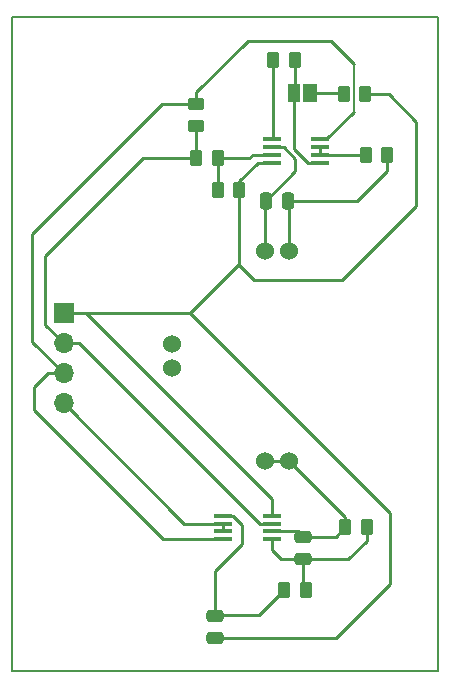
<source format=gbr>
%TF.GenerationSoftware,KiCad,Pcbnew,(6.0.6)*%
%TF.CreationDate,2022-08-03T15:09:15-07:00*%
%TF.ProjectId,ULPSM_R12,554c5053-4d5f-4523-9132-2e6b69636164,rev?*%
%TF.SameCoordinates,Original*%
%TF.FileFunction,Copper,L1,Top*%
%TF.FilePolarity,Positive*%
%FSLAX46Y46*%
G04 Gerber Fmt 4.6, Leading zero omitted, Abs format (unit mm)*
G04 Created by KiCad (PCBNEW (6.0.6)) date 2022-08-03 15:09:15*
%MOMM*%
%LPD*%
G01*
G04 APERTURE LIST*
G04 Aperture macros list*
%AMRoundRect*
0 Rectangle with rounded corners*
0 $1 Rounding radius*
0 $2 $3 $4 $5 $6 $7 $8 $9 X,Y pos of 4 corners*
0 Add a 4 corners polygon primitive as box body*
4,1,4,$2,$3,$4,$5,$6,$7,$8,$9,$2,$3,0*
0 Add four circle primitives for the rounded corners*
1,1,$1+$1,$2,$3*
1,1,$1+$1,$4,$5*
1,1,$1+$1,$6,$7*
1,1,$1+$1,$8,$9*
0 Add four rect primitives between the rounded corners*
20,1,$1+$1,$2,$3,$4,$5,0*
20,1,$1+$1,$4,$5,$6,$7,0*
20,1,$1+$1,$6,$7,$8,$9,0*
20,1,$1+$1,$8,$9,$2,$3,0*%
G04 Aperture macros list end*
%TA.AperFunction,NonConductor*%
%ADD10C,0.200000*%
%TD*%
%TA.AperFunction,SMDPad,CuDef*%
%ADD11RoundRect,0.250000X0.262500X0.450000X-0.262500X0.450000X-0.262500X-0.450000X0.262500X-0.450000X0*%
%TD*%
%TA.AperFunction,SMDPad,CuDef*%
%ADD12R,1.524000X0.457200*%
%TD*%
%TA.AperFunction,SMDPad,CuDef*%
%ADD13R,1.016000X1.549400*%
%TD*%
%TA.AperFunction,SMDPad,CuDef*%
%ADD14R,1.193800X1.549400*%
%TD*%
%TA.AperFunction,SMDPad,CuDef*%
%ADD15RoundRect,0.250000X-0.475000X0.250000X-0.475000X-0.250000X0.475000X-0.250000X0.475000X0.250000X0*%
%TD*%
%TA.AperFunction,SMDPad,CuDef*%
%ADD16RoundRect,0.250000X-0.262500X-0.450000X0.262500X-0.450000X0.262500X0.450000X-0.262500X0.450000X0*%
%TD*%
%TA.AperFunction,SMDPad,CuDef*%
%ADD17RoundRect,0.250000X-0.250000X-0.475000X0.250000X-0.475000X0.250000X0.475000X-0.250000X0.475000X0*%
%TD*%
%TA.AperFunction,SMDPad,CuDef*%
%ADD18RoundRect,0.250000X-0.450000X0.262500X-0.450000X-0.262500X0.450000X-0.262500X0.450000X0.262500X0*%
%TD*%
%TA.AperFunction,ComponentPad*%
%ADD19C,1.524000*%
%TD*%
%TA.AperFunction,ComponentPad*%
%ADD20O,1.700000X1.700000*%
%TD*%
%TA.AperFunction,ComponentPad*%
%ADD21R,1.700000X1.700000*%
%TD*%
%TA.AperFunction,Conductor*%
%ADD22C,0.250000*%
%TD*%
%TA.AperFunction,Conductor*%
%ADD23C,0.177800*%
%TD*%
G04 APERTURE END LIST*
D10*
X132000000Y-29000000D02*
X168040000Y-29000000D01*
X168040000Y-29000000D02*
X168040000Y-84400000D01*
X168040000Y-84400000D02*
X132000000Y-84400000D01*
X132000000Y-84400000D02*
X132000000Y-29000000D01*
D11*
%TO.P,R6,2*%
%TO.N,Net-(C2-Pad2)*%
X160087508Y-35519995D03*
%TO.P,R6,1*%
%TO.N,Earth*%
X161912508Y-35519995D03*
%TD*%
D12*
%TO.P,U1,1*%
%TO.N,Net-(C1-Pad2)*%
X153993600Y-73199999D03*
%TO.P,U1,2,-*%
%TO.N,Net-(C1-Pad1)*%
X153993600Y-72550001D03*
%TO.P,U1,3,+*%
%TO.N,/VREF*%
X153993600Y-71899999D03*
%TO.P,U1,4,GND*%
%TO.N,Earth*%
X153993600Y-71250001D03*
%TO.P,U1,5,+*%
%TO.N,Net-(C3-Pad1)*%
X149906400Y-71250001D03*
%TO.P,U1,6,-*%
%TO.N,/VGAS*%
X149906400Y-71899999D03*
%TO.P,U1,7*%
X149906400Y-72550001D03*
%TO.P,U1,8,VREF*%
%TO.N,/VREG*%
X149906400Y-73199999D03*
%TD*%
D13*
%TO.P,C2,1*%
%TO.N,Net-(C2-Pad1)*%
X155926500Y-35425000D03*
D14*
%TO.P,C2,2*%
%TO.N,Net-(C2-Pad2)*%
X157234600Y-35425000D03*
%TD*%
D15*
%TO.P,C1,1*%
%TO.N,Net-(C1-Pad1)*%
X156675000Y-73000000D03*
%TO.P,C1,2*%
%TO.N,Net-(C1-Pad2)*%
X156675000Y-74900000D03*
%TD*%
D16*
%TO.P,R5,1*%
%TO.N,Net-(R5-Pad1)*%
X154112500Y-32650000D03*
%TO.P,R5,2*%
%TO.N,Net-(C2-Pad1)*%
X155937500Y-32650000D03*
%TD*%
%TO.P,R2,2*%
%TO.N,Net-(R2-Pad2)*%
X149425000Y-40965499D03*
%TO.P,R2,1*%
%TO.N,/VREF*%
X147600000Y-40965499D03*
%TD*%
D17*
%TO.P,C4,1*%
%TO.N,Net-(C4-Pad1)*%
X153500000Y-44575000D03*
%TO.P,C4,2*%
%TO.N,Net-(C4-Pad2)*%
X155400000Y-44575000D03*
%TD*%
D15*
%TO.P,C3,2*%
%TO.N,Earth*%
X149230000Y-81580000D03*
%TO.P,C3,1*%
%TO.N,Net-(C3-Pad1)*%
X149230000Y-79680000D03*
%TD*%
D11*
%TO.P,R7,1*%
%TO.N,Net-(C1-Pad2)*%
X156887500Y-77520000D03*
%TO.P,R7,2*%
%TO.N,Net-(C3-Pad1)*%
X155062500Y-77520000D03*
%TD*%
D16*
%TO.P,R8,1*%
%TO.N,Net-(R8-Pad1)*%
X161950000Y-40665499D03*
%TO.P,R8,2*%
%TO.N,Net-(C4-Pad2)*%
X163775000Y-40665499D03*
%TD*%
%TO.P,R3,1*%
%TO.N,Net-(R2-Pad2)*%
X149425000Y-43615499D03*
%TO.P,R3,2*%
%TO.N,Earth*%
X151250000Y-43615499D03*
%TD*%
%TO.P,R4,1*%
%TO.N,Net-(C1-Pad1)*%
X160237500Y-72200000D03*
%TO.P,R4,2*%
%TO.N,Net-(C1-Pad2)*%
X162062500Y-72200000D03*
%TD*%
D12*
%TO.P,U2,1*%
%TO.N,Net-(R5-Pad1)*%
X153993900Y-39365500D03*
%TO.P,U2,2,-*%
%TO.N,Net-(C4-Pad1)*%
X153993900Y-40015498D03*
%TO.P,U2,3,+*%
%TO.N,Net-(R2-Pad2)*%
X153993900Y-40665500D03*
%TO.P,U2,4,GND*%
%TO.N,Earth*%
X153993900Y-41315498D03*
%TO.P,U2,5,+*%
%TO.N,Net-(C2-Pad1)*%
X158081100Y-41315498D03*
%TO.P,U2,6,-*%
%TO.N,Net-(R8-Pad1)*%
X158081100Y-40665500D03*
%TO.P,U2,7*%
X158081100Y-40015498D03*
%TO.P,U2,8,VREF*%
%TO.N,/VREG*%
X158081100Y-39365500D03*
%TD*%
D18*
%TO.P,R1,1*%
%TO.N,/VREG*%
X147625000Y-36362500D03*
%TO.P,R1,2*%
%TO.N,/VREF*%
X147625000Y-38187500D03*
%TD*%
D19*
%TO.P,SENS-CO1,1,WORKING@1*%
%TO.N,Net-(C1-Pad1)*%
X153456700Y-66580000D03*
%TO.P,SENS-CO1,2*%
%TO.N,N/C*%
X145570000Y-58693300D03*
%TO.P,SENS-CO1,3*%
X145570000Y-56686700D03*
%TO.P,SENS-CO1,4,REFERENCE*%
%TO.N,Net-(C4-Pad1)*%
X153456700Y-48800000D03*
%TO.P,SENS-CO1,5,COUNTER*%
%TO.N,Net-(C4-Pad2)*%
X155463300Y-48800000D03*
%TO.P,SENS-CO1,6,WORKING@2*%
%TO.N,Net-(C1-Pad1)*%
X155463300Y-66580000D03*
%TD*%
D20*
%TO.P,J1,4,Pin_4*%
%TO.N,/VGAS*%
X136380000Y-61670000D03*
%TO.P,J1,3,Pin_3*%
%TO.N,/VREG*%
X136380000Y-59130000D03*
%TO.P,J1,2,Pin_2*%
%TO.N,/VREF*%
X136380000Y-56590000D03*
D21*
%TO.P,J1,1,Pin_1*%
%TO.N,Earth*%
X136380000Y-54050000D03*
%TD*%
D22*
%TO.N,Net-(C3-Pad1)*%
X149230000Y-75870000D02*
X149230000Y-79680000D01*
X151450000Y-73650000D02*
X149230000Y-75870000D01*
X151450000Y-71971399D02*
X151450000Y-73650000D01*
X150728602Y-71250001D02*
X151450000Y-71971399D01*
X149906400Y-71250001D02*
X150728602Y-71250001D01*
%TO.N,Earth*%
X147050000Y-54050000D02*
X164000000Y-71000000D01*
X164000000Y-71000000D02*
X164000000Y-77000000D01*
X164000000Y-77000000D02*
X159450000Y-81550000D01*
X159450000Y-81550000D02*
X149400000Y-81550000D01*
%TO.N,/VREG*%
X144745000Y-36375000D02*
X147612500Y-36375000D01*
X133730000Y-56480000D02*
X133730000Y-47390000D01*
X133730000Y-47390000D02*
X144745000Y-36375000D01*
X136380000Y-59130000D02*
X133730000Y-56480000D01*
%TO.N,/VREF*%
X137671601Y-56590000D02*
X136380000Y-56590000D01*
X152981600Y-71899999D02*
X137671601Y-56590000D01*
X153993600Y-71899999D02*
X152981600Y-71899999D01*
%TO.N,/VGAS*%
X146609999Y-71899999D02*
X136380000Y-61670000D01*
X149906400Y-71899999D02*
X146609999Y-71899999D01*
%TO.N,Earth*%
X153993600Y-70083600D02*
X153993600Y-71250001D01*
X153990000Y-70080000D02*
X153993600Y-70083600D01*
X153990000Y-69800000D02*
X153990000Y-70080000D01*
X138240000Y-54050000D02*
X153990000Y-69800000D01*
X136380000Y-54050000D02*
X138240000Y-54050000D01*
X166250000Y-37850000D02*
X166250000Y-44960000D01*
X163920000Y-35520000D02*
X166250000Y-37850000D01*
X159970000Y-51240000D02*
X152510000Y-51240000D01*
X161912500Y-35520000D02*
X163920000Y-35520000D01*
X166250000Y-44960000D02*
X159970000Y-51240000D01*
X152510000Y-51240000D02*
X151250000Y-49980000D01*
X151120000Y-49980000D02*
X147050000Y-54050000D01*
X151250000Y-49980000D02*
X151120000Y-49980000D01*
X136380000Y-54050000D02*
X147050000Y-54050000D01*
%TO.N,/VREF*%
X134820000Y-49230000D02*
X134820000Y-55030000D01*
X134820000Y-55030000D02*
X136380000Y-56590000D01*
X143084501Y-40965499D02*
X134820000Y-49230000D01*
X147600000Y-40965499D02*
X143084501Y-40965499D01*
%TO.N,/VREG*%
X135060000Y-59130000D02*
X136380000Y-59130000D01*
X133890000Y-60300000D02*
X135060000Y-59130000D01*
X133890000Y-62265000D02*
X133890000Y-60300000D01*
X144824999Y-73199999D02*
X133890000Y-62265000D01*
X149906400Y-73199999D02*
X144824999Y-73199999D01*
%TO.N,Net-(C3-Pad1)*%
X152932500Y-79650000D02*
X155062500Y-77520000D01*
X149400000Y-79650000D02*
X152932500Y-79650000D01*
%TO.N,Net-(C1-Pad2)*%
X156675000Y-74900000D02*
X160492500Y-74900000D01*
X160492500Y-74900000D02*
X162062500Y-73330000D01*
X162062500Y-73330000D02*
X162062500Y-72200000D01*
X156675000Y-77307500D02*
X156887500Y-77520000D01*
X156675000Y-74900000D02*
X156675000Y-77307500D01*
%TO.N,Net-(R8-Pad1)*%
X161950000Y-40665499D02*
X158081100Y-40665500D01*
X158081100Y-40015498D02*
X158081100Y-40665500D01*
%TO.N,Net-(R2-Pad2)*%
X149425000Y-40965499D02*
X149425000Y-43615499D01*
X153993900Y-40665500D02*
X152412500Y-40665499D01*
X152112500Y-40965499D02*
X149425000Y-40965499D01*
X152412500Y-40665499D02*
X152112500Y-40965499D01*
%TO.N,Earth*%
X151250000Y-49980000D02*
X151250000Y-43615499D01*
%TO.N,Net-(C2-Pad2)*%
X157234600Y-35425000D02*
X159992500Y-35425000D01*
X159992500Y-35425000D02*
X160087500Y-35520000D01*
%TO.N,Net-(C4-Pad1)*%
X156000000Y-42075000D02*
X153500000Y-44575000D01*
X153993900Y-40015498D02*
X155005900Y-40015498D01*
X155005900Y-40015498D02*
X156000000Y-41009598D01*
X156000000Y-41009598D02*
X156000000Y-42075000D01*
%TO.N,Earth*%
X153993900Y-41315498D02*
X152839201Y-41315498D01*
X152839201Y-41315498D02*
X151250000Y-42904699D01*
X151250000Y-42904699D02*
X151250000Y-43615499D01*
%TO.N,Net-(R5-Pad1)*%
X154125000Y-32662500D02*
X154125000Y-39234400D01*
%TO.N,/VREF*%
X147600000Y-38265499D02*
X147600000Y-40965499D01*
%TO.N,Net-(R5-Pad1)*%
X154125000Y-39234400D02*
X153993900Y-39365500D01*
%TO.N,Net-(C4-Pad2)*%
X155400000Y-44575000D02*
X155463300Y-44638300D01*
X155463300Y-44638300D02*
X155463300Y-48800000D01*
%TO.N,Net-(C2-Pad1)*%
X155926500Y-40172898D02*
X157069100Y-41315498D01*
%TO.N,Net-(C4-Pad2)*%
X161225000Y-44575000D02*
X163775000Y-42025000D01*
X163775000Y-42025000D02*
X163775000Y-40665499D01*
%TO.N,Net-(C2-Pad1)*%
X155937500Y-32650000D02*
X155951500Y-32664000D01*
X157069100Y-41315498D02*
X158081100Y-41315498D01*
X155951500Y-32664000D02*
X155951500Y-35325000D01*
%TO.N,Net-(C4-Pad1)*%
X153456700Y-44618300D02*
X153456700Y-48800000D01*
%TO.N,Net-(C2-Pad1)*%
X155926500Y-35425000D02*
X155926500Y-40172898D01*
%TO.N,Net-(C4-Pad1)*%
X153500000Y-44575000D02*
X153456700Y-44618300D01*
%TO.N,Net-(C4-Pad2)*%
X155400000Y-44575000D02*
X161225000Y-44575000D01*
%TO.N,/VREG*%
X147625000Y-35375000D02*
X152000000Y-31000000D01*
X161000000Y-37000000D02*
X158634500Y-39365500D01*
X147625000Y-36362500D02*
X147625000Y-35375000D01*
X159000000Y-31000000D02*
X161000000Y-33000000D01*
X158634500Y-39365500D02*
X158081100Y-39365500D01*
D23*
X161000008Y-33000010D02*
X161000008Y-37000002D01*
D22*
%TO.N,Net-(C1-Pad1)*%
X153993600Y-72550001D02*
X156225001Y-72550001D01*
X156225001Y-72550001D02*
X156675000Y-73000000D01*
X156675000Y-73000000D02*
X159437500Y-73000000D01*
%TO.N,/VGAS*%
X149906400Y-71899999D02*
X149906400Y-72550001D01*
%TO.N,Net-(C1-Pad1)*%
X159437500Y-73000000D02*
X160237500Y-72200000D01*
X160237500Y-71354200D02*
X160237500Y-72200000D01*
%TO.N,Net-(C1-Pad2)*%
X154800000Y-74900000D02*
X156675000Y-74900000D01*
X153993600Y-74093600D02*
X154800000Y-74900000D01*
%TO.N,Net-(C1-Pad1)*%
X155463300Y-66580000D02*
X160237500Y-71354200D01*
%TO.N,Net-(C1-Pad2)*%
X153993600Y-73199999D02*
X153993600Y-74093600D01*
%TO.N,Net-(C1-Pad1)*%
X153456700Y-66580000D02*
X155463300Y-66580000D01*
%TO.N,/VREG*%
X152000000Y-31000000D02*
X159000000Y-31000000D01*
%TD*%
M02*

</source>
